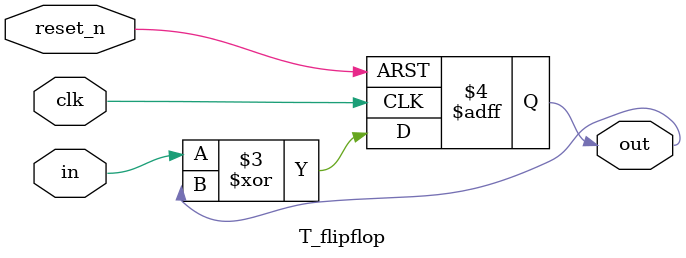
<source format=v>
`timescale 1ns / 1ps
module T_flipflop(
	input clk,
	input reset_n,
	input in,
	output reg out
);
	always@(posedge clk or negedge reset_n) begin
		if(~reset_n) out = 0; //reset
		else out = in ^ out; //toggling
	end

endmodule
</source>
